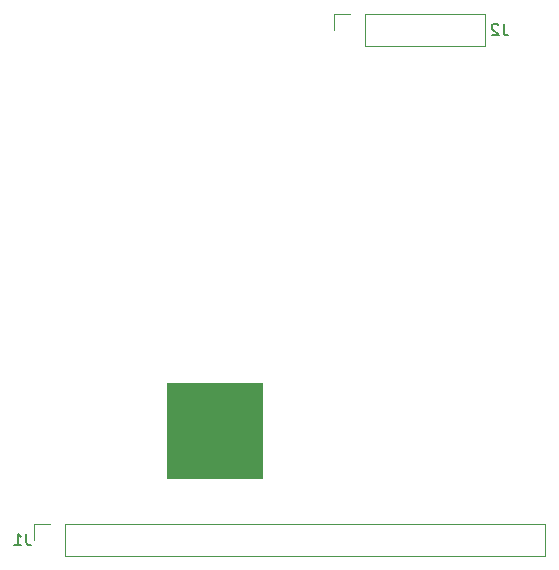
<source format=gbr>
G04 #@! TF.GenerationSoftware,KiCad,Pcbnew,9.0.0*
G04 #@! TF.CreationDate,2025-03-17T23:12:28+00:00*
G04 #@! TF.ProjectId,EconetModuleV1,45636f6e-6574-44d6-9f64-756c6556312e,01b*
G04 #@! TF.SameCoordinates,Original*
G04 #@! TF.FileFunction,Legend,Bot*
G04 #@! TF.FilePolarity,Positive*
%FSLAX46Y46*%
G04 Gerber Fmt 4.6, Leading zero omitted, Abs format (unit mm)*
G04 Created by KiCad (PCBNEW 9.0.0) date 2025-03-17 23:12:28*
%MOMM*%
%LPD*%
G01*
G04 APERTURE LIST*
%ADD10C,0.120000*%
%ADD11C,0.150000*%
G04 APERTURE END LIST*
D10*
X149615000Y-115474000D02*
X157615000Y-115474000D01*
X157615000Y-123474000D01*
X149615000Y-123474000D01*
X149615000Y-115474000D01*
G36*
X149615000Y-115474000D02*
G01*
X157615000Y-115474000D01*
X157615000Y-123474000D01*
X149615000Y-123474000D01*
X149615000Y-115474000D01*
G37*
D11*
X178078333Y-85019819D02*
X178078333Y-85734104D01*
X178078333Y-85734104D02*
X178125952Y-85876961D01*
X178125952Y-85876961D02*
X178221190Y-85972200D01*
X178221190Y-85972200D02*
X178364047Y-86019819D01*
X178364047Y-86019819D02*
X178459285Y-86019819D01*
X177649761Y-85115057D02*
X177602142Y-85067438D01*
X177602142Y-85067438D02*
X177506904Y-85019819D01*
X177506904Y-85019819D02*
X177268809Y-85019819D01*
X177268809Y-85019819D02*
X177173571Y-85067438D01*
X177173571Y-85067438D02*
X177125952Y-85115057D01*
X177125952Y-85115057D02*
X177078333Y-85210295D01*
X177078333Y-85210295D02*
X177078333Y-85305533D01*
X177078333Y-85305533D02*
X177125952Y-85448390D01*
X177125952Y-85448390D02*
X177697380Y-86019819D01*
X177697380Y-86019819D02*
X177078333Y-86019819D01*
X137648333Y-128199819D02*
X137648333Y-128914104D01*
X137648333Y-128914104D02*
X137695952Y-129056961D01*
X137695952Y-129056961D02*
X137791190Y-129152200D01*
X137791190Y-129152200D02*
X137934047Y-129199819D01*
X137934047Y-129199819D02*
X138029285Y-129199819D01*
X136648333Y-129199819D02*
X137219761Y-129199819D01*
X136934047Y-129199819D02*
X136934047Y-128199819D01*
X136934047Y-128199819D02*
X137029285Y-128342676D01*
X137029285Y-128342676D02*
X137124523Y-128437914D01*
X137124523Y-128437914D02*
X137219761Y-128485533D01*
D10*
X163715000Y-84235000D02*
X163715000Y-85565000D01*
X165045000Y-84235000D02*
X163715000Y-84235000D01*
X166315000Y-84235000D02*
X166315000Y-86895000D01*
X166315000Y-84235000D02*
X176535000Y-84235000D01*
X166315000Y-86895000D02*
X176535000Y-86895000D01*
X176535000Y-84235000D02*
X176535000Y-86895000D01*
X138315000Y-127415000D02*
X138315000Y-128745000D01*
X139645000Y-127415000D02*
X138315000Y-127415000D01*
X140915000Y-127415000D02*
X140915000Y-130075000D01*
X140915000Y-127415000D02*
X181615000Y-127415000D01*
X140915000Y-130075000D02*
X181615000Y-130075000D01*
X181615000Y-127415000D02*
X181615000Y-130075000D01*
M02*

</source>
